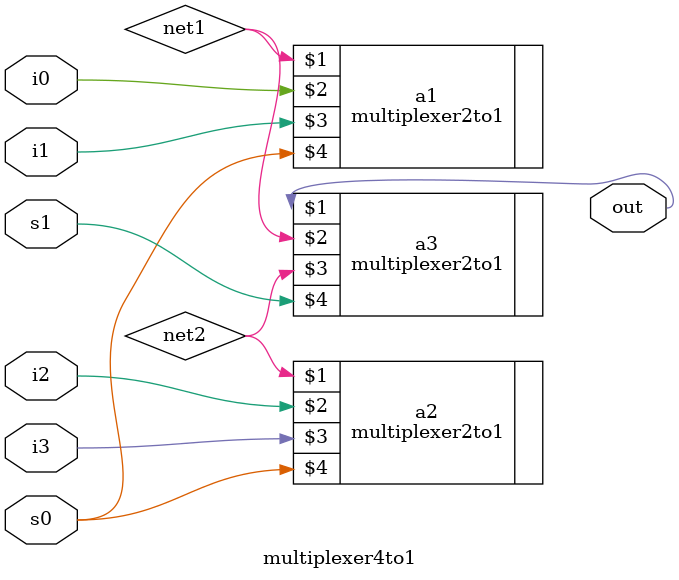
<source format=v>
`timescale 1ns / 1ps
module multiplexer4to1(out,s1,s0,i0,i1,i2,i3);
  output out;
  input s1,s0,i0,i1,i2,i3;
  wire net1,net2;
  //module Mux2to1(out,i0,i1,s);
  multiplexer2to1 a1(net1,i0,i1,s0);
  multiplexer2to1 a2(net2,i2,i3,s0);
  multiplexer2to1 a3(out,net1,net2,s1);

endmodule

</source>
